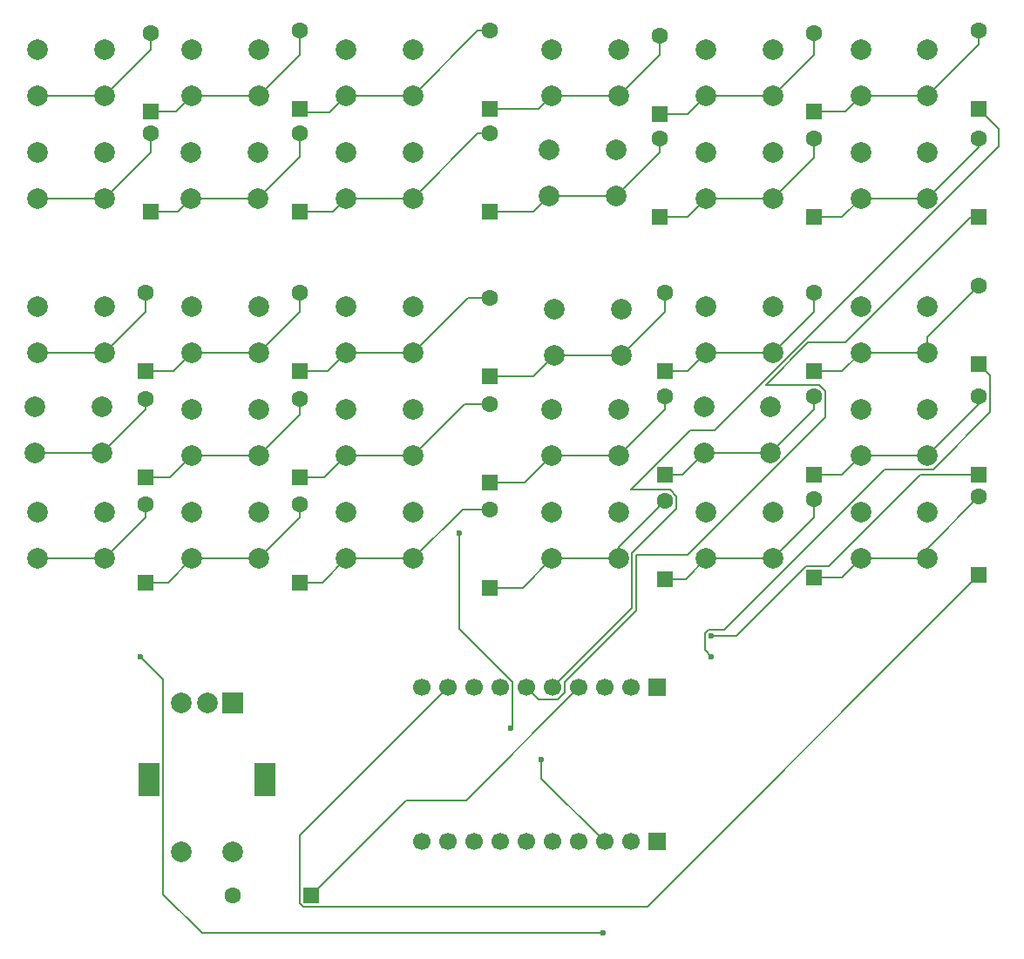
<source format=gbr>
%TF.GenerationSoftware,KiCad,Pcbnew,9.0.7*%
%TF.CreationDate,2026-01-22T21:08:17+09:00*%
%TF.ProjectId,YMMkeyboard,594d4d6b-6579-4626-9f61-72642e6b6963,rev?*%
%TF.SameCoordinates,Original*%
%TF.FileFunction,Copper,L1,Top*%
%TF.FilePolarity,Positive*%
%FSLAX46Y46*%
G04 Gerber Fmt 4.6, Leading zero omitted, Abs format (unit mm)*
G04 Created by KiCad (PCBNEW 9.0.7) date 2026-01-22 21:08:17*
%MOMM*%
%LPD*%
G01*
G04 APERTURE LIST*
G04 Aperture macros list*
%AMRoundRect*
0 Rectangle with rounded corners*
0 $1 Rounding radius*
0 $2 $3 $4 $5 $6 $7 $8 $9 X,Y pos of 4 corners*
0 Add a 4 corners polygon primitive as box body*
4,1,4,$2,$3,$4,$5,$6,$7,$8,$9,$2,$3,0*
0 Add four circle primitives for the rounded corners*
1,1,$1+$1,$2,$3*
1,1,$1+$1,$4,$5*
1,1,$1+$1,$6,$7*
1,1,$1+$1,$8,$9*
0 Add four rect primitives between the rounded corners*
20,1,$1+$1,$2,$3,$4,$5,0*
20,1,$1+$1,$4,$5,$6,$7,0*
20,1,$1+$1,$6,$7,$8,$9,0*
20,1,$1+$1,$8,$9,$2,$3,0*%
G04 Aperture macros list end*
%TA.AperFunction,ComponentPad*%
%ADD10RoundRect,0.250000X0.550000X0.550000X-0.550000X0.550000X-0.550000X-0.550000X0.550000X-0.550000X0*%
%TD*%
%TA.AperFunction,ComponentPad*%
%ADD11C,1.600000*%
%TD*%
%TA.AperFunction,ComponentPad*%
%ADD12C,2.000000*%
%TD*%
%TA.AperFunction,ComponentPad*%
%ADD13RoundRect,0.250000X0.550000X-0.550000X0.550000X0.550000X-0.550000X0.550000X-0.550000X-0.550000X0*%
%TD*%
%TA.AperFunction,ComponentPad*%
%ADD14R,1.700000X1.700000*%
%TD*%
%TA.AperFunction,ComponentPad*%
%ADD15C,1.700000*%
%TD*%
%TA.AperFunction,ComponentPad*%
%ADD16R,2.000000X2.000000*%
%TD*%
%TA.AperFunction,ComponentPad*%
%ADD17R,2.000000X3.200000*%
%TD*%
%TA.AperFunction,ViaPad*%
%ADD18C,0.600000*%
%TD*%
%TA.AperFunction,Conductor*%
%ADD19C,0.200000*%
%TD*%
G04 APERTURE END LIST*
D10*
%TO.P,D32,1,K*%
%TO.N,Net-(D32-K)*%
X57620000Y-113250000D03*
D11*
%TO.P,D32,2,A*%
%TO.N,Net-(D32-A)*%
X50000000Y-113250000D03*
%TD*%
D12*
%TO.P,SW13,1,1*%
%TO.N,Net-(J3-Pin_6)*%
X111000000Y-41000000D03*
X117500000Y-41000000D03*
%TO.P,SW13,2,2*%
%TO.N,Net-(D12-K)*%
X111000000Y-45500000D03*
X117500000Y-45500000D03*
%TD*%
%TO.P,SW12,1,1*%
%TO.N,Net-(J3-Pin_5)*%
X96000000Y-41000000D03*
X102500000Y-41000000D03*
%TO.P,SW12,2,2*%
%TO.N,Net-(D11-K)*%
X96000000Y-45500000D03*
X102500000Y-45500000D03*
%TD*%
%TO.P,SW30,1,1*%
%TO.N,Net-(J3-Pin_5)*%
X96000000Y-76000000D03*
X102500000Y-76000000D03*
%TO.P,SW30,2,2*%
%TO.N,Net-(D29-K)*%
X96000000Y-80500000D03*
X102500000Y-80500000D03*
%TD*%
%TO.P,SW5,1,1*%
%TO.N,Net-(J3-Pin_4)*%
X81000000Y-31000000D03*
X87500000Y-31000000D03*
%TO.P,SW5,2,2*%
%TO.N,Net-(D4-K)*%
X81000000Y-35500000D03*
X87500000Y-35500000D03*
%TD*%
D13*
%TO.P,D21,1,K*%
%TO.N,Net-(D21-K)*%
X56500000Y-72620000D03*
D11*
%TO.P,D21,2,A*%
%TO.N,Net-(D20-K)*%
X56500000Y-65000000D03*
%TD*%
D13*
%TO.P,D14,1,K*%
%TO.N,Net-(D14-K)*%
X41500000Y-62310000D03*
D11*
%TO.P,D14,2,A*%
%TO.N,Net-(D14-A)*%
X41500000Y-54690000D03*
%TD*%
D13*
%TO.P,D9,1,K*%
%TO.N,Net-(D10-A)*%
X56500000Y-46810000D03*
D11*
%TO.P,D9,2,A*%
%TO.N,Net-(D8-K)*%
X56500000Y-39190000D03*
%TD*%
D14*
%TO.P,J3,1,Pin_1*%
%TO.N,Net-(J3-Pin_1)*%
X91220000Y-108000000D03*
D15*
%TO.P,J3,2,Pin_2*%
%TO.N,Net-(J3-Pin_2)*%
X88680000Y-108000000D03*
%TO.P,J3,3,Pin_3*%
%TO.N,Net-(J3-Pin_3)*%
X86140000Y-108000000D03*
%TO.P,J3,4,Pin_4*%
%TO.N,Net-(J3-Pin_4)*%
X83600000Y-108000000D03*
%TO.P,J3,5,Pin_5*%
%TO.N,Net-(J3-Pin_5)*%
X81060000Y-108000000D03*
%TO.P,J3,6,Pin_6*%
%TO.N,Net-(J3-Pin_6)*%
X78520000Y-108000000D03*
%TO.P,J3,7,Pin_7*%
%TO.N,Net-(J3-Pin_7)*%
X75980000Y-108000000D03*
%TO.P,J3,8,Pin_8*%
%TO.N,Net-(J3-Pin_8)*%
X73440000Y-108000000D03*
%TO.P,J3,9,Pin_9*%
%TO.N,Net-(J3-Pin_9)*%
X70900000Y-108000000D03*
%TO.P,J3,10*%
%TO.N,N/C*%
X68360000Y-108000000D03*
%TD*%
D13*
%TO.P,D2,1,K*%
%TO.N,Net-(D2-K)*%
X42000000Y-37000000D03*
D11*
%TO.P,D2,2,A*%
%TO.N,Net-(D2-A)*%
X42000000Y-29380000D03*
%TD*%
D12*
%TO.P,SW17,1,1*%
%TO.N,Net-(J3-Pin_4)*%
X81250000Y-56250000D03*
X87750000Y-56250000D03*
%TO.P,SW17,2,2*%
%TO.N,Net-(D16-K)*%
X81250000Y-60750000D03*
X87750000Y-60750000D03*
%TD*%
D13*
%TO.P,D6,1,K*%
%TO.N,Net-(D6-K)*%
X106500000Y-37000000D03*
D11*
%TO.P,D6,2,A*%
%TO.N,Net-(D5-K)*%
X106500000Y-29380000D03*
%TD*%
D14*
%TO.P,J2,1,Pin_1*%
%TO.N,Net-(J2-Pin_1)*%
X91260000Y-93000000D03*
D15*
%TO.P,J2,2,Pin_2*%
%TO.N,Net-(J2-Pin_2)*%
X88720000Y-93000000D03*
%TO.P,J2,3,Pin_3*%
%TO.N,Net-(J2-Pin_3)*%
X86180000Y-93000000D03*
%TO.P,J2,4,Pin_4*%
%TO.N,Net-(D32-K)*%
X83640000Y-93000000D03*
%TO.P,J2,5,Pin_5*%
%TO.N,Net-(D7-K)*%
X81100000Y-93000000D03*
%TO.P,J2,6,Pin_6*%
%TO.N,Net-(D13-K)*%
X78560000Y-93000000D03*
%TO.P,J2,7,Pin_7*%
%TO.N,Net-(D19-K)*%
X76020000Y-93000000D03*
%TO.P,J2,8,Pin_8*%
%TO.N,Net-(D25-K)*%
X73480000Y-93000000D03*
%TO.P,J2,9,Pin_9*%
%TO.N,Net-(D31-K)*%
X70940000Y-93000000D03*
%TO.P,J2,10*%
%TO.N,N/C*%
X68400000Y-93000000D03*
%TD*%
D13*
%TO.P,D30,1,K*%
%TO.N,Net-(D30-K)*%
X106500000Y-82310000D03*
D11*
%TO.P,D30,2,A*%
%TO.N,Net-(D29-K)*%
X106500000Y-74690000D03*
%TD*%
D13*
%TO.P,D10,1,K*%
%TO.N,Net-(D10-K)*%
X75000000Y-46810000D03*
D11*
%TO.P,D10,2,A*%
%TO.N,Net-(D10-A)*%
X75000000Y-39190000D03*
%TD*%
D12*
%TO.P,SW7,1,1*%
%TO.N,Net-(J3-Pin_6)*%
X111000000Y-31000000D03*
X117500000Y-31000000D03*
%TO.P,SW7,2,2*%
%TO.N,Net-(D6-K)*%
X111000000Y-35500000D03*
X117500000Y-35500000D03*
%TD*%
%TO.P,SW28,1,1*%
%TO.N,Net-(J3-Pin_3)*%
X61000000Y-76000000D03*
X67500000Y-76000000D03*
%TO.P,SW28,2,2*%
%TO.N,Net-(D27-K)*%
X61000000Y-80500000D03*
X67500000Y-80500000D03*
%TD*%
D13*
%TO.P,D12,1,K*%
%TO.N,Net-(D12-K)*%
X106500000Y-47310000D03*
D11*
%TO.P,D12,2,A*%
%TO.N,Net-(D11-K)*%
X106500000Y-39690000D03*
%TD*%
D13*
%TO.P,D20,1,K*%
%TO.N,Net-(D20-K)*%
X41500000Y-72620000D03*
D11*
%TO.P,D20,2,A*%
%TO.N,Net-(D20-A)*%
X41500000Y-65000000D03*
%TD*%
D13*
%TO.P,D31,1,K*%
%TO.N,Net-(D31-K)*%
X122500000Y-82120000D03*
D11*
%TO.P,D31,2,A*%
%TO.N,Net-(D30-K)*%
X122500000Y-74500000D03*
%TD*%
D12*
%TO.P,SW20,1,1*%
%TO.N,Net-(J3-Pin_1)*%
X30750000Y-65750000D03*
X37250000Y-65750000D03*
%TO.P,SW20,2,2*%
%TO.N,Net-(D20-A)*%
X30750000Y-70250000D03*
X37250000Y-70250000D03*
%TD*%
D13*
%TO.P,D18,1,K*%
%TO.N,Net-(D18-K)*%
X106500000Y-62310000D03*
D11*
%TO.P,D18,2,A*%
%TO.N,Net-(D17-K)*%
X106500000Y-54690000D03*
%TD*%
D12*
%TO.P,SW26,1,1*%
%TO.N,Net-(J3-Pin_1)*%
X31000000Y-76000000D03*
X37500000Y-76000000D03*
%TO.P,SW26,2,2*%
%TO.N,Net-(D26-A)*%
X31000000Y-80500000D03*
X37500000Y-80500000D03*
%TD*%
D13*
%TO.P,D7,1,K*%
%TO.N,Net-(D7-K)*%
X122500000Y-36810000D03*
D11*
%TO.P,D7,2,A*%
%TO.N,Net-(D6-K)*%
X122500000Y-29190000D03*
%TD*%
D13*
%TO.P,D28,1,K*%
%TO.N,Net-(D28-K)*%
X75000000Y-83310000D03*
D11*
%TO.P,D28,2,A*%
%TO.N,Net-(D27-K)*%
X75000000Y-75690000D03*
%TD*%
D13*
%TO.P,D19,1,K*%
%TO.N,Net-(D19-K)*%
X122500000Y-61620000D03*
D11*
%TO.P,D19,2,A*%
%TO.N,Net-(D18-K)*%
X122500000Y-54000000D03*
%TD*%
D12*
%TO.P,SW21,1,1*%
%TO.N,Net-(J3-Pin_2)*%
X46000000Y-66000000D03*
X52500000Y-66000000D03*
%TO.P,SW21,2,2*%
%TO.N,Net-(D20-K)*%
X46000000Y-70500000D03*
X52500000Y-70500000D03*
%TD*%
D13*
%TO.P,D13,1,K*%
%TO.N,Net-(D13-K)*%
X122500000Y-47310000D03*
D11*
%TO.P,D13,2,A*%
%TO.N,Net-(D12-K)*%
X122500000Y-39690000D03*
%TD*%
D12*
%TO.P,SW16,1,1*%
%TO.N,Net-(J3-Pin_3)*%
X61000000Y-56000000D03*
X67500000Y-56000000D03*
%TO.P,SW16,2,2*%
%TO.N,Net-(D15-K)*%
X61000000Y-60500000D03*
X67500000Y-60500000D03*
%TD*%
%TO.P,SW29,1,1*%
%TO.N,Net-(J3-Pin_4)*%
X81000000Y-76000000D03*
X87500000Y-76000000D03*
%TO.P,SW29,2,2*%
%TO.N,Net-(D28-K)*%
X81000000Y-80500000D03*
X87500000Y-80500000D03*
%TD*%
%TO.P,SW14,1,1*%
%TO.N,Net-(J3-Pin_1)*%
X31000000Y-56000000D03*
X37500000Y-56000000D03*
%TO.P,SW14,2,2*%
%TO.N,Net-(D14-A)*%
X31000000Y-60500000D03*
X37500000Y-60500000D03*
%TD*%
%TO.P,SW15,1,1*%
%TO.N,Net-(J3-Pin_2)*%
X46000000Y-56000000D03*
X52500000Y-56000000D03*
%TO.P,SW15,2,2*%
%TO.N,Net-(D14-K)*%
X46000000Y-60500000D03*
X52500000Y-60500000D03*
%TD*%
D13*
%TO.P,D23,1,K*%
%TO.N,Net-(D23-K)*%
X92000000Y-72310000D03*
D11*
%TO.P,D23,2,A*%
%TO.N,Net-(D22-K)*%
X92000000Y-64690000D03*
%TD*%
D13*
%TO.P,D3,1,K*%
%TO.N,Net-(D3-K)*%
X56500000Y-36810000D03*
D11*
%TO.P,D3,2,A*%
%TO.N,Net-(D2-K)*%
X56500000Y-29190000D03*
%TD*%
D13*
%TO.P,D27,1,K*%
%TO.N,Net-(D27-K)*%
X56500000Y-82810000D03*
D11*
%TO.P,D27,2,A*%
%TO.N,Net-(D26-K)*%
X56500000Y-75190000D03*
%TD*%
D12*
%TO.P,SW18,1,1*%
%TO.N,Net-(J3-Pin_5)*%
X96000000Y-56000000D03*
X102500000Y-56000000D03*
%TO.P,SW18,2,2*%
%TO.N,Net-(D17-K)*%
X96000000Y-60500000D03*
X102500000Y-60500000D03*
%TD*%
%TO.P,SW11,1,1*%
%TO.N,Net-(J3-Pin_4)*%
X80750000Y-40750000D03*
X87250000Y-40750000D03*
%TO.P,SW11,2,2*%
%TO.N,Net-(D10-K)*%
X80750000Y-45250000D03*
X87250000Y-45250000D03*
%TD*%
D13*
%TO.P,D29,1,K*%
%TO.N,Net-(D29-K)*%
X92000000Y-82500000D03*
D11*
%TO.P,D29,2,A*%
%TO.N,Net-(D28-K)*%
X92000000Y-74880000D03*
%TD*%
D12*
%TO.P,SW24,1,1*%
%TO.N,Net-(J3-Pin_5)*%
X95750000Y-65750000D03*
X102250000Y-65750000D03*
%TO.P,SW24,2,2*%
%TO.N,Net-(D23-K)*%
X95750000Y-70250000D03*
X102250000Y-70250000D03*
%TD*%
D13*
%TO.P,D26,1,K*%
%TO.N,Net-(D26-K)*%
X41500000Y-82810000D03*
D11*
%TO.P,D26,2,A*%
%TO.N,Net-(D26-A)*%
X41500000Y-75190000D03*
%TD*%
D12*
%TO.P,SW31,1,1*%
%TO.N,Net-(J3-Pin_6)*%
X111000000Y-76000000D03*
X117500000Y-76000000D03*
%TO.P,SW31,2,2*%
%TO.N,Net-(D30-K)*%
X111000000Y-80500000D03*
X117500000Y-80500000D03*
%TD*%
D13*
%TO.P,D5,1,K*%
%TO.N,Net-(D5-K)*%
X91500000Y-37310000D03*
D11*
%TO.P,D5,2,A*%
%TO.N,Net-(D4-K)*%
X91500000Y-29690000D03*
%TD*%
D13*
%TO.P,D4,1,K*%
%TO.N,Net-(D4-K)*%
X75000000Y-36810000D03*
D11*
%TO.P,D4,2,A*%
%TO.N,Net-(D3-K)*%
X75000000Y-29190000D03*
%TD*%
D12*
%TO.P,SW27,1,1*%
%TO.N,Net-(J3-Pin_2)*%
X46000000Y-76000000D03*
X52500000Y-76000000D03*
%TO.P,SW27,2,2*%
%TO.N,Net-(D26-K)*%
X46000000Y-80500000D03*
X52500000Y-80500000D03*
%TD*%
D13*
%TO.P,D24,1,K*%
%TO.N,Net-(D24-K)*%
X106500000Y-72310000D03*
D11*
%TO.P,D24,2,A*%
%TO.N,Net-(D23-K)*%
X106500000Y-64690000D03*
%TD*%
D13*
%TO.P,D17,1,K*%
%TO.N,Net-(D17-K)*%
X92000000Y-62310000D03*
D11*
%TO.P,D17,2,A*%
%TO.N,Net-(D16-K)*%
X92000000Y-54690000D03*
%TD*%
D12*
%TO.P,SW2,1,1*%
%TO.N,Net-(J3-Pin_1)*%
X31000000Y-31000000D03*
X37500000Y-31000000D03*
%TO.P,SW2,2,2*%
%TO.N,Net-(D2-A)*%
X31000000Y-35500000D03*
X37500000Y-35500000D03*
%TD*%
D13*
%TO.P,D8,1,K*%
%TO.N,Net-(D8-K)*%
X42000000Y-46810000D03*
D11*
%TO.P,D8,2,A*%
%TO.N,Net-(D8-A)*%
X42000000Y-39190000D03*
%TD*%
D13*
%TO.P,D15,1,K*%
%TO.N,Net-(D15-K)*%
X56500000Y-62310000D03*
D11*
%TO.P,D15,2,A*%
%TO.N,Net-(D14-K)*%
X56500000Y-54690000D03*
%TD*%
D12*
%TO.P,SW25,1,1*%
%TO.N,Net-(J3-Pin_6)*%
X111000000Y-66000000D03*
X117500000Y-66000000D03*
%TO.P,SW25,2,2*%
%TO.N,Net-(D24-K)*%
X111000000Y-70500000D03*
X117500000Y-70500000D03*
%TD*%
%TO.P,SW10,1,1*%
%TO.N,Net-(J3-Pin_3)*%
X61000000Y-41000000D03*
X67500000Y-41000000D03*
%TO.P,SW10,2,2*%
%TO.N,Net-(D10-A)*%
X61000000Y-45500000D03*
X67500000Y-45500000D03*
%TD*%
%TO.P,SW23,1,1*%
%TO.N,Net-(J3-Pin_4)*%
X81000000Y-66000000D03*
X87500000Y-66000000D03*
%TO.P,SW23,2,2*%
%TO.N,Net-(D22-K)*%
X81000000Y-70500000D03*
X87500000Y-70500000D03*
%TD*%
%TO.P,SW8,1,1*%
%TO.N,Net-(J3-Pin_1)*%
X31000000Y-41000000D03*
X37500000Y-41000000D03*
%TO.P,SW8,2,2*%
%TO.N,Net-(D8-A)*%
X31000000Y-45500000D03*
X37500000Y-45500000D03*
%TD*%
D13*
%TO.P,D22,1,K*%
%TO.N,Net-(D22-K)*%
X75000000Y-73120000D03*
D11*
%TO.P,D22,2,A*%
%TO.N,Net-(D21-K)*%
X75000000Y-65500000D03*
%TD*%
D12*
%TO.P,SW4,1,1*%
%TO.N,Net-(J3-Pin_3)*%
X61000000Y-31000000D03*
X67500000Y-31000000D03*
%TO.P,SW4,2,2*%
%TO.N,Net-(D3-K)*%
X61000000Y-35500000D03*
X67500000Y-35500000D03*
%TD*%
D13*
%TO.P,D16,1,K*%
%TO.N,Net-(D16-K)*%
X75000000Y-62810000D03*
D11*
%TO.P,D16,2,A*%
%TO.N,Net-(D15-K)*%
X75000000Y-55190000D03*
%TD*%
D12*
%TO.P,SW6,1,1*%
%TO.N,Net-(J3-Pin_5)*%
X96000000Y-31000000D03*
X102500000Y-31000000D03*
%TO.P,SW6,2,2*%
%TO.N,Net-(D5-K)*%
X96000000Y-35500000D03*
X102500000Y-35500000D03*
%TD*%
%TO.P,SW22,1,1*%
%TO.N,Net-(J3-Pin_3)*%
X61000000Y-66000000D03*
X67500000Y-66000000D03*
%TO.P,SW22,2,2*%
%TO.N,Net-(D21-K)*%
X61000000Y-70500000D03*
X67500000Y-70500000D03*
%TD*%
D13*
%TO.P,D11,1,K*%
%TO.N,Net-(D11-K)*%
X91500000Y-47310000D03*
D11*
%TO.P,D11,2,A*%
%TO.N,Net-(D10-K)*%
X91500000Y-39690000D03*
%TD*%
D13*
%TO.P,D25,1,K*%
%TO.N,Net-(D25-K)*%
X122500000Y-72310000D03*
D11*
%TO.P,D25,2,A*%
%TO.N,Net-(D24-K)*%
X122500000Y-64690000D03*
%TD*%
D12*
%TO.P,SW9,1,1*%
%TO.N,Net-(J3-Pin_2)*%
X45950000Y-41000000D03*
X52450000Y-41000000D03*
%TO.P,SW9,2,2*%
%TO.N,Net-(D8-K)*%
X45950000Y-45500000D03*
X52450000Y-45500000D03*
%TD*%
D16*
%TO.P,SW32,A,A*%
%TO.N,Net-(J3-Pin_9)*%
X50000000Y-94500000D03*
D12*
%TO.P,SW32,B,B*%
%TO.N,Net-(J3-Pin_8)*%
X45000000Y-94500000D03*
%TO.P,SW32,C,C*%
%TO.N,Net-(J2-Pin_2)*%
X47500000Y-94500000D03*
D17*
%TO.P,SW32,MP*%
%TO.N,N/C*%
X53100000Y-102000000D03*
X41900000Y-102000000D03*
D12*
%TO.P,SW32,S1,S1*%
%TO.N,Net-(J3-Pin_7)*%
X45000000Y-109000000D03*
%TO.P,SW32,S2,S2*%
%TO.N,Net-(D32-A)*%
X50000000Y-109000000D03*
%TD*%
%TO.P,SW3,1,1*%
%TO.N,Net-(J3-Pin_2)*%
X46000000Y-31000000D03*
X52500000Y-31000000D03*
%TO.P,SW3,2,2*%
%TO.N,Net-(D2-K)*%
X46000000Y-35500000D03*
X52500000Y-35500000D03*
%TD*%
%TO.P,SW19,1,1*%
%TO.N,Net-(J3-Pin_6)*%
X111000000Y-56000000D03*
X117500000Y-56000000D03*
%TO.P,SW19,2,2*%
%TO.N,Net-(D18-K)*%
X111000000Y-60500000D03*
X117500000Y-60500000D03*
%TD*%
D18*
%TO.N,Net-(D19-K)*%
X96500000Y-90000000D03*
%TO.N,Net-(D25-K)*%
X96500000Y-88000000D03*
%TO.N,Net-(J3-Pin_2)*%
X41000000Y-90000000D03*
X86000000Y-116899000D03*
%TO.N,Net-(J3-Pin_3)*%
X80000000Y-100000000D03*
X72000000Y-78000000D03*
X77000000Y-97000000D03*
%TD*%
D19*
%TO.N,Net-(D2-K)*%
X56500000Y-31500000D02*
X52500000Y-35500000D01*
X56500000Y-29190000D02*
X56500000Y-31500000D01*
%TO.N,Net-(D2-A)*%
X31000000Y-35500000D02*
X37500000Y-35500000D01*
X37500000Y-35500000D02*
X42000000Y-31000000D01*
X42000000Y-31000000D02*
X42000000Y-29380000D01*
%TO.N,Net-(D2-K)*%
X46000000Y-35500000D02*
X52500000Y-35500000D01*
X44500000Y-37000000D02*
X46000000Y-35500000D01*
X42000000Y-37000000D02*
X44500000Y-37000000D01*
%TO.N,Net-(D3-K)*%
X61000000Y-35500000D02*
X67500000Y-35500000D01*
X67500000Y-35500000D02*
X73810000Y-29190000D01*
X56500000Y-37120000D02*
X59380000Y-37120000D01*
X73810000Y-29190000D02*
X75000000Y-29190000D01*
X59380000Y-37120000D02*
X61000000Y-35500000D01*
%TO.N,Net-(D4-K)*%
X81000000Y-35500000D02*
X87500000Y-35500000D01*
X75000000Y-36810000D02*
X79690000Y-36810000D01*
X79690000Y-36810000D02*
X81000000Y-35500000D01*
X91500000Y-31500000D02*
X91500000Y-29690000D01*
X87500000Y-35500000D02*
X91500000Y-31500000D01*
%TO.N,Net-(D5-K)*%
X96000000Y-35500000D02*
X102500000Y-35500000D01*
X91500000Y-37310000D02*
X94190000Y-37310000D01*
X106500000Y-31500000D02*
X106500000Y-29380000D01*
X94190000Y-37310000D02*
X96000000Y-35500000D01*
X102500000Y-35500000D02*
X106500000Y-31500000D01*
%TO.N,Net-(D6-K)*%
X106500000Y-37000000D02*
X109500000Y-37000000D01*
X109500000Y-37000000D02*
X111000000Y-35500000D01*
X122500000Y-30500000D02*
X122500000Y-29190000D01*
X111000000Y-35500000D02*
X117500000Y-35500000D01*
X117500000Y-35500000D02*
X122500000Y-30500000D01*
%TO.N,Net-(D7-K)*%
X122500000Y-36810000D02*
X124399000Y-38709000D01*
X94423840Y-68000000D02*
X88644840Y-73779000D01*
X88801000Y-79961108D02*
X88801000Y-85299000D01*
X96839892Y-68000000D02*
X94423840Y-68000000D01*
X124399000Y-40440892D02*
X96839892Y-68000000D01*
X93101000Y-75661108D02*
X88801000Y-79961108D01*
X88801000Y-85299000D02*
X81100000Y-93000000D01*
X93101000Y-74423950D02*
X93101000Y-75661108D01*
X124399000Y-38709000D02*
X124399000Y-40440892D01*
X92456050Y-73779000D02*
X93101000Y-74423950D01*
X88644840Y-73779000D02*
X92456050Y-73779000D01*
%TO.N,Net-(D8-A)*%
X31000000Y-45500000D02*
X37500000Y-45500000D01*
X42000000Y-41000000D02*
X42000000Y-39190000D01*
X37500000Y-45500000D02*
X42000000Y-41000000D01*
%TO.N,Net-(D8-K)*%
X42000000Y-46810000D02*
X44640000Y-46810000D01*
X56500000Y-41450000D02*
X56500000Y-39190000D01*
X44640000Y-46810000D02*
X45950000Y-45500000D01*
X52450000Y-45500000D02*
X56500000Y-41450000D01*
X45950000Y-45500000D02*
X52450000Y-45500000D01*
%TO.N,Net-(D10-A)*%
X67500000Y-45500000D02*
X73810000Y-39190000D01*
X59690000Y-46810000D02*
X61000000Y-45500000D01*
X56500000Y-46810000D02*
X59690000Y-46810000D01*
X73810000Y-39190000D02*
X75000000Y-39190000D01*
X61000000Y-45500000D02*
X67500000Y-45500000D01*
%TO.N,Net-(D10-K)*%
X80750000Y-45250000D02*
X87250000Y-45250000D01*
X87250000Y-45250000D02*
X91500000Y-41000000D01*
X91500000Y-41000000D02*
X91500000Y-39690000D01*
X75000000Y-46810000D02*
X79190000Y-46810000D01*
X79190000Y-46810000D02*
X80750000Y-45250000D01*
%TO.N,Net-(D11-K)*%
X91500000Y-47310000D02*
X94190000Y-47310000D01*
X106500000Y-41500000D02*
X106500000Y-39690000D01*
X102500000Y-45500000D02*
X106500000Y-41500000D01*
X96000000Y-45500000D02*
X102500000Y-45500000D01*
X94190000Y-47310000D02*
X96000000Y-45500000D01*
%TO.N,Net-(D12-K)*%
X117500000Y-45500000D02*
X122500000Y-40500000D01*
X109190000Y-47310000D02*
X111000000Y-45500000D01*
X111000000Y-45500000D02*
X117500000Y-45500000D01*
X106500000Y-47310000D02*
X109190000Y-47310000D01*
X122500000Y-40500000D02*
X122500000Y-39690000D01*
%TO.N,Net-(D13-K)*%
X101817992Y-63589000D02*
X106956050Y-63589000D01*
X81576760Y-94151000D02*
X79711000Y-94151000D01*
X105906992Y-59500000D02*
X101817992Y-63589000D01*
X107601000Y-66738892D02*
X94212684Y-80127208D01*
X107601000Y-64233950D02*
X107601000Y-66738892D01*
X79711000Y-94151000D02*
X78560000Y-93000000D01*
X121700000Y-47310000D02*
X109510000Y-59500000D01*
X89202000Y-80127208D02*
X89202000Y-85572240D01*
X122500000Y-47310000D02*
X121700000Y-47310000D01*
X89202000Y-85572240D02*
X82251000Y-92523240D01*
X82251000Y-92523240D02*
X82251000Y-93476760D01*
X94212684Y-80127208D02*
X89202000Y-80127208D01*
X106956050Y-63589000D02*
X107601000Y-64233950D01*
X82251000Y-93476760D02*
X81576760Y-94151000D01*
X109510000Y-59500000D02*
X105906992Y-59500000D01*
%TO.N,Net-(D14-A)*%
X37500000Y-60500000D02*
X41500000Y-56500000D01*
X31000000Y-60500000D02*
X37500000Y-60500000D01*
X41500000Y-56500000D02*
X41500000Y-54690000D01*
%TO.N,Net-(D14-K)*%
X41500000Y-62310000D02*
X44190000Y-62310000D01*
X44190000Y-62310000D02*
X46000000Y-60500000D01*
X56500000Y-56500000D02*
X56500000Y-54690000D01*
X46000000Y-60500000D02*
X52500000Y-60500000D01*
X52500000Y-60500000D02*
X56500000Y-56500000D01*
%TO.N,Net-(D15-K)*%
X61000000Y-60500000D02*
X67500000Y-60500000D01*
X67500000Y-60500000D02*
X72810000Y-55190000D01*
X56500000Y-62310000D02*
X59190000Y-62310000D01*
X59190000Y-62310000D02*
X61000000Y-60500000D01*
X72810000Y-55190000D02*
X75000000Y-55190000D01*
%TO.N,Net-(D16-K)*%
X81250000Y-60750000D02*
X87750000Y-60750000D01*
X75000000Y-62810000D02*
X79190000Y-62810000D01*
X87750000Y-60750000D02*
X92000000Y-56500000D01*
X79190000Y-62810000D02*
X81250000Y-60750000D01*
X92000000Y-56500000D02*
X92000000Y-54690000D01*
%TO.N,Net-(D17-K)*%
X102500000Y-60500000D02*
X106500000Y-56500000D01*
X94190000Y-62310000D02*
X96000000Y-60500000D01*
X96000000Y-60500000D02*
X102500000Y-60500000D01*
X106500000Y-56500000D02*
X106500000Y-54690000D01*
X92000000Y-62310000D02*
X94190000Y-62310000D01*
%TO.N,Net-(D18-K)*%
X109190000Y-62310000D02*
X111000000Y-60500000D01*
X117500000Y-60500000D02*
X117500000Y-59000000D01*
X117500000Y-59000000D02*
X122500000Y-54000000D01*
X111000000Y-60500000D02*
X117500000Y-60500000D01*
X106500000Y-62310000D02*
X109190000Y-62310000D01*
%TO.N,Net-(D19-K)*%
X96500000Y-90000000D02*
X95899000Y-89399000D01*
X118038892Y-71801000D02*
X123601000Y-66238892D01*
X97761108Y-87399000D02*
X113359108Y-71801000D01*
X95899000Y-87751057D02*
X96251057Y-87399000D01*
X113359108Y-71801000D02*
X118038892Y-71801000D01*
X123601000Y-62721000D02*
X122500000Y-61620000D01*
X96251057Y-87399000D02*
X97761108Y-87399000D01*
X123601000Y-66238892D02*
X123601000Y-62721000D01*
X95899000Y-89399000D02*
X95899000Y-87751057D01*
%TO.N,Net-(D20-A)*%
X37250000Y-70250000D02*
X41500000Y-66000000D01*
X30750000Y-70250000D02*
X37250000Y-70250000D01*
X41500000Y-66000000D02*
X41500000Y-65000000D01*
%TO.N,Net-(D20-K)*%
X46000000Y-70500000D02*
X52500000Y-70500000D01*
X52500000Y-70500000D02*
X56500000Y-66500000D01*
X41500000Y-72620000D02*
X43880000Y-72620000D01*
X56500000Y-66500000D02*
X56500000Y-65000000D01*
X43880000Y-72620000D02*
X46000000Y-70500000D01*
%TO.N,Net-(D21-K)*%
X58880000Y-72620000D02*
X61000000Y-70500000D01*
X72500000Y-65500000D02*
X75000000Y-65500000D01*
X67500000Y-70500000D02*
X72500000Y-65500000D01*
X56500000Y-72620000D02*
X58880000Y-72620000D01*
X61000000Y-70500000D02*
X67500000Y-70500000D01*
%TO.N,Net-(D22-K)*%
X92000000Y-66000000D02*
X92000000Y-64690000D01*
X87500000Y-70500000D02*
X92000000Y-66000000D01*
X75000000Y-73120000D02*
X78380000Y-73120000D01*
X78380000Y-73120000D02*
X81000000Y-70500000D01*
X81000000Y-70500000D02*
X87500000Y-70500000D01*
%TO.N,Net-(D23-K)*%
X102250000Y-70250000D02*
X106500000Y-66000000D01*
X106500000Y-66000000D02*
X106500000Y-64690000D01*
X93690000Y-72310000D02*
X95750000Y-70250000D01*
X95750000Y-70250000D02*
X102250000Y-70250000D01*
X92000000Y-72310000D02*
X93690000Y-72310000D01*
%TO.N,Net-(D24-K)*%
X109190000Y-72310000D02*
X111000000Y-70500000D01*
X122500000Y-65500000D02*
X122500000Y-64690000D01*
X111000000Y-70500000D02*
X117500000Y-70500000D01*
X117500000Y-70500000D02*
X122500000Y-65500000D01*
X106500000Y-72310000D02*
X109190000Y-72310000D01*
%TO.N,Net-(D25-K)*%
X116815840Y-72310000D02*
X122500000Y-72310000D01*
X98923840Y-88000000D02*
X105714840Y-81209000D01*
X105714840Y-81209000D02*
X107916840Y-81209000D01*
X96500000Y-88000000D02*
X98923840Y-88000000D01*
X107916840Y-81209000D02*
X116815840Y-72310000D01*
%TO.N,Net-(D26-A)*%
X37500000Y-80500000D02*
X41500000Y-76500000D01*
X31000000Y-80500000D02*
X37500000Y-80500000D01*
X41500000Y-76500000D02*
X41500000Y-75190000D01*
%TO.N,Net-(D26-K)*%
X52500000Y-80500000D02*
X56500000Y-76500000D01*
X41500000Y-82810000D02*
X43690000Y-82810000D01*
X43690000Y-82810000D02*
X46000000Y-80500000D01*
X56500000Y-76500000D02*
X56500000Y-75190000D01*
X46000000Y-80500000D02*
X52500000Y-80500000D01*
%TO.N,Net-(D27-K)*%
X67500000Y-80500000D02*
X72310000Y-75690000D01*
X58690000Y-82810000D02*
X61000000Y-80500000D01*
X56500000Y-82810000D02*
X58690000Y-82810000D01*
X72310000Y-75690000D02*
X75000000Y-75690000D01*
X61000000Y-80500000D02*
X67500000Y-80500000D01*
%TO.N,Net-(D28-K)*%
X87500000Y-80500000D02*
X87500000Y-79380000D01*
X87500000Y-79380000D02*
X92000000Y-74880000D01*
X78190000Y-83310000D02*
X81000000Y-80500000D01*
X81000000Y-80500000D02*
X87500000Y-80500000D01*
X75000000Y-83310000D02*
X78190000Y-83310000D01*
%TO.N,Net-(D29-K)*%
X102500000Y-80500000D02*
X106500000Y-76500000D01*
X92000000Y-82500000D02*
X94000000Y-82500000D01*
X94000000Y-82500000D02*
X96000000Y-80500000D01*
X106500000Y-76500000D02*
X106500000Y-74690000D01*
X96000000Y-80500000D02*
X102500000Y-80500000D01*
%TO.N,Net-(D30-K)*%
X109190000Y-82310000D02*
X111000000Y-80500000D01*
X117500000Y-79500000D02*
X122500000Y-74500000D01*
X106500000Y-82310000D02*
X109190000Y-82310000D01*
X117500000Y-80500000D02*
X117500000Y-79500000D01*
X111000000Y-80500000D02*
X117500000Y-80500000D01*
%TO.N,Net-(D31-K)*%
X122500000Y-82120000D02*
X90269000Y-114351000D01*
X90269000Y-114351000D02*
X56834840Y-114351000D01*
X56519000Y-107421000D02*
X70940000Y-93000000D01*
X56519000Y-114035160D02*
X56519000Y-107421000D01*
X56834840Y-114351000D02*
X56519000Y-114035160D01*
%TO.N,Net-(D32-K)*%
X66870000Y-104000000D02*
X57620000Y-113250000D01*
X83640000Y-93000000D02*
X72640000Y-104000000D01*
X72640000Y-104000000D02*
X66870000Y-104000000D01*
%TO.N,Net-(J3-Pin_2)*%
X43250000Y-113149000D02*
X47000000Y-116899000D01*
X47000000Y-116899000D02*
X86000000Y-116899000D01*
X43250000Y-92250000D02*
X43250000Y-113149000D01*
X41000000Y-90000000D02*
X43250000Y-92250000D01*
%TO.N,Net-(J3-Pin_3)*%
X80000000Y-101860000D02*
X80000000Y-100000000D01*
X86140000Y-108000000D02*
X80000000Y-101860000D01*
X72000000Y-87352240D02*
X77171000Y-92523240D01*
X72000000Y-78000000D02*
X72000000Y-87352240D01*
X77171000Y-96829000D02*
X77000000Y-97000000D01*
X77171000Y-92523240D02*
X77171000Y-96829000D01*
%TD*%
M02*

</source>
